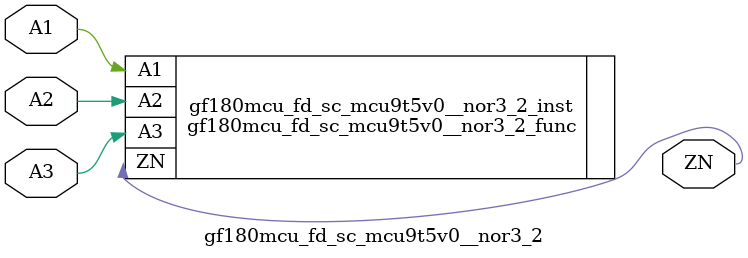
<source format=v>

module gf180mcu_fd_sc_mcu9t5v0__nor3_2( ZN, A3, A2, A1 );
input A1, A2, A3;
output ZN;

   `ifdef FUNCTIONAL  //  functional //

	gf180mcu_fd_sc_mcu9t5v0__nor3_2_func gf180mcu_fd_sc_mcu9t5v0__nor3_2_behav_inst(.ZN(ZN),.A3(A3),.A2(A2),.A1(A1));

   `else

	gf180mcu_fd_sc_mcu9t5v0__nor3_2_func gf180mcu_fd_sc_mcu9t5v0__nor3_2_inst(.ZN(ZN),.A3(A3),.A2(A2),.A1(A1));

	// spec_gates_begin


	// spec_gates_end



   specify

	// specify_block_begin

	// comb arc A1 --> ZN
	 (A1 => ZN) = (1.0,1.0);

	// comb arc A2 --> ZN
	 (A2 => ZN) = (1.0,1.0);

	// comb arc A3 --> ZN
	 (A3 => ZN) = (1.0,1.0);

	// specify_block_end

   endspecify

   `endif

endmodule

</source>
